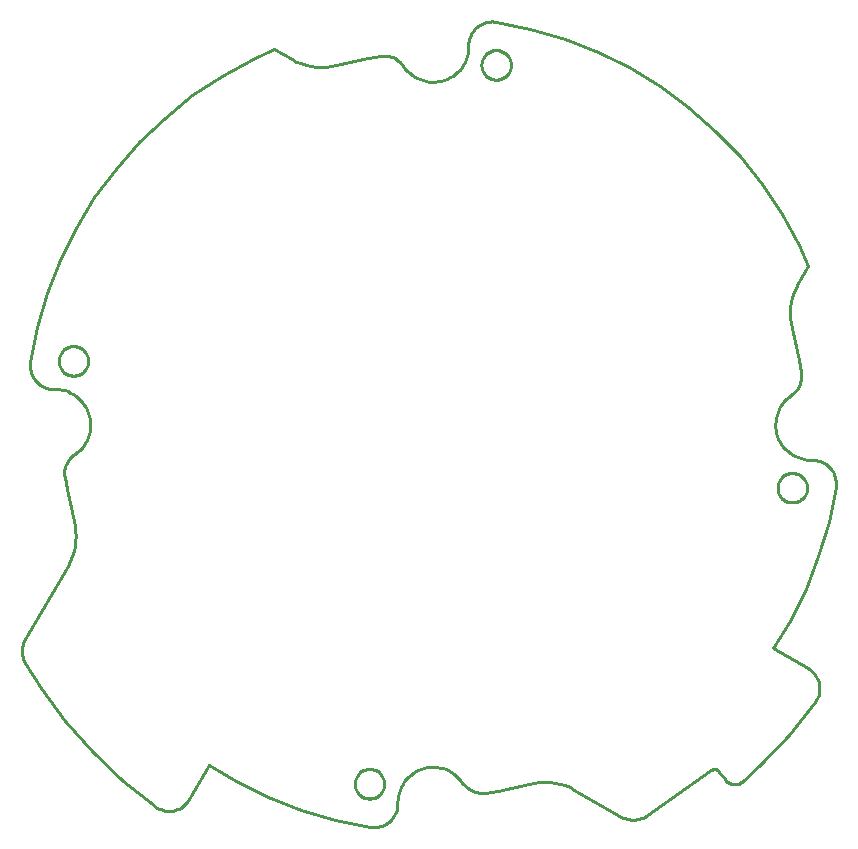
<source format=gbr>
G04 EAGLE Gerber RS-274X export*
G75*
%MOMM*%
%FSLAX34Y34*%
%LPD*%
%IN*%
%IPPOS*%
%AMOC8*
5,1,8,0,0,1.08239X$1,22.5*%
G01*
%ADD10C,0.100000*%
%ADD11C,0.254000*%


D10*
X154749Y318007D02*
X190773Y380403D01*
X619597Y190773D02*
X659301Y167850D01*
X820000Y470000D02*
X821131Y470000D01*
X470000Y180000D02*
X470000Y178869D01*
X310470Y211724D02*
X293735Y182739D01*
X788276Y310470D02*
X817261Y293735D01*
X530000Y820000D02*
X530000Y821131D01*
X180000Y530000D02*
X178869Y530000D01*
X742534Y205930D02*
X747090Y199423D01*
X809227Y619597D02*
X817757Y634371D01*
X380403Y809227D02*
X365629Y817757D01*
X735570Y207157D02*
X680772Y168788D01*
X190772Y380403D02*
X191355Y381441D01*
X191913Y382493D01*
X192446Y383557D01*
X192954Y384634D01*
X193435Y385723D01*
X193891Y386823D01*
X194320Y387933D01*
X194722Y389054D01*
X195098Y390183D01*
X195447Y391322D01*
X195769Y392468D01*
X196063Y393622D01*
X196330Y394782D01*
X196569Y395948D01*
X196780Y397120D01*
X196963Y398296D01*
X197119Y399476D01*
X197246Y400660D01*
X197344Y401847D01*
X197415Y403035D01*
X197457Y404225D01*
X197471Y405415D01*
X197457Y406606D01*
X197414Y407795D01*
X197343Y408984D01*
X197243Y410170D01*
X197116Y411354D01*
X196960Y412534D01*
X196776Y413710D01*
X196564Y414882D01*
X196325Y416048D01*
X196057Y417208D01*
X195763Y418362D01*
X446923Y159107D02*
X447404Y159038D01*
X447887Y158981D01*
X448371Y158935D01*
X448855Y158902D01*
X449341Y158880D01*
X449827Y158870D01*
X450313Y158871D01*
X450799Y158885D01*
X451284Y158910D01*
X451768Y158947D01*
X452252Y158996D01*
X452734Y159057D01*
X453215Y159129D01*
X453693Y159213D01*
X454170Y159309D01*
X454644Y159416D01*
X455115Y159534D01*
X455583Y159664D01*
X456048Y159805D01*
X456510Y159958D01*
X456967Y160122D01*
X457421Y160297D01*
X457870Y160482D01*
X458314Y160679D01*
X458754Y160886D01*
X459188Y161104D01*
X459617Y161333D01*
X460040Y161572D01*
X460458Y161821D01*
X460869Y162080D01*
X461273Y162349D01*
X461671Y162628D01*
X462063Y162916D01*
X462447Y163214D01*
X462823Y163521D01*
X463192Y163837D01*
X463554Y164162D01*
X463907Y164496D01*
X464252Y164838D01*
X464589Y165188D01*
X464917Y165547D01*
X465236Y165913D01*
X465547Y166287D01*
X465848Y166669D01*
X466140Y167057D01*
X466422Y167453D01*
X466694Y167855D01*
X466957Y168264D01*
X467210Y168679D01*
X467452Y169100D01*
X467684Y169527D01*
X467906Y169960D01*
X468117Y170397D01*
X468318Y170840D01*
X468507Y171288D01*
X468686Y171740D01*
X468854Y172196D01*
X469010Y172656D01*
X469156Y173119D01*
X469290Y173587D01*
X469412Y174057D01*
X469524Y174530D01*
X469623Y175006D01*
X469711Y175483D01*
X469788Y175963D01*
X469853Y176445D01*
X469906Y176928D01*
X469947Y177412D01*
X469976Y177897D01*
X469994Y178383D01*
X470000Y178869D01*
X293735Y182739D02*
X293487Y182321D01*
X293229Y181910D01*
X292961Y181504D01*
X292684Y181106D01*
X292396Y180714D01*
X292099Y180329D01*
X291793Y179952D01*
X291478Y179582D01*
X291154Y179220D01*
X290821Y178866D01*
X290480Y178520D01*
X290131Y178183D01*
X289773Y177854D01*
X289407Y177534D01*
X289034Y177223D01*
X288654Y176921D01*
X288266Y176628D01*
X287871Y176345D01*
X287469Y176072D01*
X287061Y175808D01*
X286647Y175554D01*
X286226Y175311D01*
X285800Y175078D01*
X285368Y174855D01*
X284931Y174643D01*
X284489Y174441D01*
X284042Y174250D01*
X283591Y174071D01*
X283135Y173902D01*
X282676Y173744D01*
X282212Y173598D01*
X281746Y173463D01*
X281276Y173339D01*
X280803Y173226D01*
X280328Y173126D01*
X279850Y173036D01*
X279371Y172959D01*
X278889Y172893D01*
X278407Y172838D01*
X277923Y172796D01*
X277438Y172765D01*
X276952Y172746D01*
X276466Y172739D01*
X275981Y172744D01*
X275495Y172760D01*
X275010Y172788D01*
X274526Y172828D01*
X274043Y172880D01*
X273561Y172944D01*
X273081Y173019D01*
X272603Y173106D01*
X272127Y173204D01*
X271654Y173314D01*
X271183Y173435D01*
X270716Y173568D01*
X270252Y173712D01*
X269792Y173868D01*
X269335Y174034D01*
X268883Y174211D01*
X268435Y174400D01*
X267992Y174599D01*
X267554Y174809D01*
X267121Y175030D01*
X266694Y175261D01*
X266272Y175502D01*
X265856Y175753D01*
X265447Y176015D01*
X265044Y176286D01*
X264647Y176567D01*
X154809Y297902D02*
X154567Y298328D01*
X154335Y298759D01*
X154114Y299197D01*
X153904Y299639D01*
X153704Y300086D01*
X153516Y300538D01*
X153338Y300995D01*
X153172Y301456D01*
X153018Y301921D01*
X152874Y302389D01*
X152742Y302861D01*
X152622Y303336D01*
X152514Y303814D01*
X152417Y304294D01*
X152332Y304776D01*
X152258Y305261D01*
X152197Y305747D01*
X152148Y306234D01*
X152110Y306722D01*
X152085Y307212D01*
X152071Y307701D01*
X152070Y308191D01*
X152080Y308681D01*
X152103Y309170D01*
X152137Y309659D01*
X152184Y310147D01*
X152242Y310633D01*
X152312Y311118D01*
X152395Y311601D01*
X152488Y312082D01*
X152594Y312560D01*
X152711Y313036D01*
X152840Y313508D01*
X152981Y313978D01*
X153133Y314443D01*
X153296Y314905D01*
X153471Y315363D01*
X153657Y315816D01*
X153853Y316265D01*
X154061Y316708D01*
X154280Y317147D01*
X154509Y317580D01*
X154748Y318007D01*
X188129Y455716D02*
X188066Y456199D01*
X188015Y456683D01*
X187976Y457168D01*
X187949Y457654D01*
X187934Y458140D01*
X187930Y458627D01*
X187939Y459113D01*
X187959Y459599D01*
X187991Y460085D01*
X188034Y460569D01*
X188090Y461053D01*
X188157Y461535D01*
X188236Y462015D01*
X188327Y462493D01*
X188429Y462969D01*
X188543Y463442D01*
X188668Y463912D01*
X188805Y464379D01*
X188953Y464842D01*
X189112Y465302D01*
X189283Y465758D01*
X189464Y466209D01*
X189656Y466656D01*
X189859Y467098D01*
X190073Y467536D01*
X190298Y467967D01*
X190532Y468393D01*
X190778Y468814D01*
X191033Y469228D01*
X191298Y469636D01*
X191573Y470037D01*
X191858Y470432D01*
X192153Y470819D01*
X192456Y471199D01*
X192769Y471572D01*
X193091Y471937D01*
X193421Y472294D01*
X193761Y472643D01*
X194108Y472983D01*
X194464Y473315D01*
X194828Y473639D01*
X195199Y473953D01*
X195578Y474258D01*
X195964Y474554D01*
X196358Y474840D01*
X196758Y475117D01*
X433843Y195694D02*
X433847Y196001D01*
X433858Y196307D01*
X433877Y196614D01*
X433903Y196919D01*
X433937Y197224D01*
X433978Y197528D01*
X434027Y197831D01*
X434083Y198133D01*
X434147Y198433D01*
X434218Y198731D01*
X434296Y199028D01*
X434381Y199323D01*
X434474Y199615D01*
X434574Y199905D01*
X434681Y200193D01*
X434795Y200478D01*
X434915Y200760D01*
X435043Y201038D01*
X435178Y201314D01*
X435319Y201586D01*
X435467Y201855D01*
X435621Y202120D01*
X435782Y202381D01*
X435950Y202639D01*
X436123Y202892D01*
X436303Y203140D01*
X436489Y203384D01*
X436680Y203624D01*
X436878Y203859D01*
X437081Y204088D01*
X437290Y204313D01*
X437504Y204533D01*
X437724Y204747D01*
X437949Y204956D01*
X438178Y205159D01*
X438413Y205357D01*
X438653Y205548D01*
X438897Y205734D01*
X439145Y205914D01*
X439398Y206087D01*
X439656Y206255D01*
X439917Y206416D01*
X440182Y206570D01*
X440451Y206718D01*
X440723Y206859D01*
X440999Y206994D01*
X441277Y207122D01*
X441559Y207242D01*
X441844Y207356D01*
X442132Y207463D01*
X442422Y207563D01*
X442714Y207656D01*
X443009Y207741D01*
X443306Y207819D01*
X443604Y207890D01*
X443904Y207954D01*
X444206Y208010D01*
X444509Y208059D01*
X444813Y208100D01*
X445118Y208134D01*
X445423Y208160D01*
X445730Y208179D01*
X446036Y208190D01*
X446343Y208194D01*
X446650Y208190D01*
X446956Y208179D01*
X447263Y208160D01*
X447568Y208134D01*
X447873Y208100D01*
X448177Y208059D01*
X448480Y208010D01*
X448782Y207954D01*
X449082Y207890D01*
X449380Y207819D01*
X449677Y207741D01*
X449972Y207656D01*
X450264Y207563D01*
X450554Y207463D01*
X450842Y207356D01*
X451127Y207242D01*
X451409Y207122D01*
X451687Y206994D01*
X451963Y206859D01*
X452235Y206718D01*
X452504Y206570D01*
X452769Y206416D01*
X453030Y206255D01*
X453288Y206087D01*
X453541Y205914D01*
X453789Y205734D01*
X454033Y205548D01*
X454273Y205357D01*
X454508Y205159D01*
X454737Y204956D01*
X454962Y204747D01*
X455182Y204533D01*
X455396Y204313D01*
X455605Y204088D01*
X455808Y203859D01*
X456006Y203624D01*
X456197Y203384D01*
X456383Y203140D01*
X456563Y202892D01*
X456736Y202639D01*
X456904Y202381D01*
X457065Y202120D01*
X457219Y201855D01*
X457367Y201586D01*
X457508Y201314D01*
X457643Y201038D01*
X457771Y200760D01*
X457891Y200478D01*
X458005Y200193D01*
X458112Y199905D01*
X458212Y199615D01*
X458305Y199323D01*
X458390Y199028D01*
X458468Y198731D01*
X458539Y198433D01*
X458603Y198133D01*
X458659Y197831D01*
X458708Y197528D01*
X458749Y197224D01*
X458783Y196919D01*
X458809Y196614D01*
X458828Y196307D01*
X458839Y196001D01*
X458843Y195694D01*
X458839Y195387D01*
X458828Y195081D01*
X458809Y194774D01*
X458783Y194469D01*
X458749Y194164D01*
X458708Y193860D01*
X458659Y193557D01*
X458603Y193255D01*
X458539Y192955D01*
X458468Y192657D01*
X458390Y192360D01*
X458305Y192065D01*
X458212Y191773D01*
X458112Y191483D01*
X458005Y191195D01*
X457891Y190910D01*
X457771Y190628D01*
X457643Y190350D01*
X457508Y190074D01*
X457367Y189802D01*
X457219Y189533D01*
X457065Y189268D01*
X456904Y189007D01*
X456736Y188749D01*
X456563Y188496D01*
X456383Y188248D01*
X456197Y188004D01*
X456006Y187764D01*
X455808Y187529D01*
X455605Y187300D01*
X455396Y187075D01*
X455182Y186855D01*
X454962Y186641D01*
X454737Y186432D01*
X454508Y186229D01*
X454273Y186031D01*
X454033Y185840D01*
X453789Y185654D01*
X453541Y185474D01*
X453288Y185301D01*
X453030Y185133D01*
X452769Y184972D01*
X452504Y184818D01*
X452235Y184670D01*
X451963Y184529D01*
X451687Y184394D01*
X451409Y184266D01*
X451127Y184146D01*
X450842Y184032D01*
X450554Y183925D01*
X450264Y183825D01*
X449972Y183732D01*
X449677Y183647D01*
X449380Y183569D01*
X449082Y183498D01*
X448782Y183434D01*
X448480Y183378D01*
X448177Y183329D01*
X447873Y183288D01*
X447568Y183254D01*
X447263Y183228D01*
X446956Y183209D01*
X446650Y183198D01*
X446343Y183194D01*
X446036Y183198D01*
X445730Y183209D01*
X445423Y183228D01*
X445118Y183254D01*
X444813Y183288D01*
X444509Y183329D01*
X444206Y183378D01*
X443904Y183434D01*
X443604Y183498D01*
X443306Y183569D01*
X443009Y183647D01*
X442714Y183732D01*
X442422Y183825D01*
X442132Y183925D01*
X441844Y184032D01*
X441559Y184146D01*
X441277Y184266D01*
X440999Y184394D01*
X440723Y184529D01*
X440451Y184670D01*
X440182Y184818D01*
X439917Y184972D01*
X439656Y185133D01*
X439398Y185301D01*
X439145Y185474D01*
X438897Y185654D01*
X438653Y185840D01*
X438413Y186031D01*
X438178Y186229D01*
X437949Y186432D01*
X437724Y186641D01*
X437504Y186855D01*
X437290Y187075D01*
X437081Y187300D01*
X436878Y187529D01*
X436680Y187764D01*
X436489Y188004D01*
X436303Y188248D01*
X436123Y188496D01*
X435950Y188749D01*
X435782Y189007D01*
X435621Y189268D01*
X435467Y189533D01*
X435319Y189802D01*
X435178Y190074D01*
X435043Y190350D01*
X434915Y190628D01*
X434795Y190910D01*
X434681Y191195D01*
X434574Y191483D01*
X434474Y191773D01*
X434381Y192065D01*
X434296Y192360D01*
X434218Y192657D01*
X434147Y192955D01*
X434083Y193255D01*
X434027Y193557D01*
X433978Y193860D01*
X433937Y194164D01*
X433903Y194469D01*
X433877Y194774D01*
X433858Y195081D01*
X433847Y195387D01*
X433843Y195694D01*
X418362Y804237D02*
X417208Y803943D01*
X416048Y803675D01*
X414882Y803436D01*
X413710Y803224D01*
X412534Y803040D01*
X411354Y802884D01*
X410170Y802757D01*
X408984Y802657D01*
X407795Y802586D01*
X406606Y802543D01*
X405415Y802529D01*
X404225Y802543D01*
X403035Y802585D01*
X401847Y802656D01*
X400660Y802754D01*
X399476Y802881D01*
X398296Y803037D01*
X397120Y803220D01*
X395948Y803431D01*
X394782Y803670D01*
X393622Y803937D01*
X392468Y804231D01*
X391322Y804553D01*
X390183Y804902D01*
X389054Y805278D01*
X387933Y805680D01*
X386823Y806109D01*
X385723Y806565D01*
X384634Y807046D01*
X383557Y807554D01*
X382493Y808087D01*
X381441Y808645D01*
X380403Y809228D01*
X180000Y530000D02*
X180735Y529991D01*
X181470Y529964D01*
X182204Y529919D01*
X182936Y529856D01*
X183667Y529775D01*
X184396Y529676D01*
X185122Y529560D01*
X185844Y529425D01*
X186564Y529273D01*
X187279Y529103D01*
X187990Y528916D01*
X188696Y528712D01*
X189397Y528490D01*
X190093Y528251D01*
X190782Y527995D01*
X191465Y527723D01*
X192141Y527434D01*
X192810Y527128D01*
X193471Y526806D01*
X194123Y526468D01*
X194768Y526113D01*
X195403Y525744D01*
X196030Y525359D01*
X196646Y524958D01*
X197253Y524543D01*
X197849Y524112D01*
X198435Y523668D01*
X199009Y523209D01*
X199572Y522736D01*
X200123Y522250D01*
X200663Y521750D01*
X201189Y521237D01*
X201703Y520711D01*
X202205Y520173D01*
X202692Y519623D01*
X203166Y519061D01*
X203626Y518488D01*
X204072Y517903D01*
X204504Y517308D01*
X204921Y516702D01*
X205323Y516086D01*
X205709Y515461D01*
X206080Y514826D01*
X206436Y514183D01*
X206775Y513531D01*
X207099Y512870D01*
X207406Y512202D01*
X207697Y511527D01*
X207971Y510845D01*
X208229Y510156D01*
X208469Y509461D01*
X208692Y508761D01*
X208898Y508055D01*
X209087Y507344D01*
X209258Y506629D01*
X209412Y505910D01*
X209548Y505188D01*
X209666Y504462D01*
X209767Y503734D01*
X209849Y503003D01*
X209914Y502271D01*
X209961Y501537D01*
X209989Y500802D01*
X210000Y500067D01*
X209993Y499332D01*
X209967Y498597D01*
X209924Y497863D01*
X209862Y497131D01*
X209783Y496400D01*
X209686Y495671D01*
X209571Y494945D01*
X209438Y494221D01*
X209288Y493502D01*
X209120Y492786D01*
X208934Y492075D01*
X208731Y491368D01*
X208511Y490666D01*
X208274Y489970D01*
X208020Y489281D01*
X207748Y488597D01*
X207461Y487921D01*
X207156Y487251D01*
X206836Y486590D01*
X206499Y485936D01*
X206147Y485291D01*
X205778Y484654D01*
X205394Y484027D01*
X204995Y483410D01*
X204581Y482802D01*
X204152Y482205D01*
X203709Y481619D01*
X203252Y481043D01*
X202780Y480479D01*
X202295Y479927D01*
X201796Y479386D01*
X201284Y478858D01*
X200760Y478343D01*
X200223Y477841D01*
X199674Y477352D01*
X199113Y476876D01*
X198540Y476415D01*
X197957Y475968D01*
X197363Y475535D01*
X196758Y475117D01*
X178869Y530000D02*
X178383Y530006D01*
X177897Y530024D01*
X177412Y530053D01*
X176928Y530094D01*
X176445Y530147D01*
X175963Y530212D01*
X175483Y530289D01*
X175006Y530377D01*
X174530Y530476D01*
X174057Y530588D01*
X173587Y530710D01*
X173119Y530844D01*
X172656Y530990D01*
X172196Y531146D01*
X171740Y531314D01*
X171288Y531493D01*
X170840Y531682D01*
X170397Y531883D01*
X169960Y532094D01*
X169527Y532316D01*
X169100Y532548D01*
X168679Y532790D01*
X168264Y533043D01*
X167855Y533306D01*
X167453Y533578D01*
X167057Y533860D01*
X166669Y534152D01*
X166287Y534453D01*
X165913Y534764D01*
X165547Y535083D01*
X165188Y535411D01*
X164838Y535748D01*
X164496Y536093D01*
X164162Y536446D01*
X163837Y536808D01*
X163521Y537177D01*
X163214Y537553D01*
X162916Y537937D01*
X162628Y538329D01*
X162349Y538727D01*
X162080Y539131D01*
X161821Y539542D01*
X161572Y539960D01*
X161333Y540383D01*
X161104Y540812D01*
X160886Y541246D01*
X160679Y541686D01*
X160482Y542130D01*
X160297Y542579D01*
X160122Y543033D01*
X159958Y543490D01*
X159805Y543952D01*
X159664Y544417D01*
X159534Y544885D01*
X159416Y545356D01*
X159309Y545830D01*
X159213Y546307D01*
X159129Y546785D01*
X159057Y547266D01*
X158996Y547748D01*
X158947Y548232D01*
X158910Y548716D01*
X158885Y549202D01*
X158871Y549687D01*
X158870Y550173D01*
X158880Y550659D01*
X158902Y551145D01*
X158935Y551629D01*
X158981Y552113D01*
X159038Y552596D01*
X159107Y553077D01*
X455716Y811871D02*
X456199Y811934D01*
X456683Y811985D01*
X457168Y812024D01*
X457654Y812051D01*
X458140Y812066D01*
X458627Y812070D01*
X459113Y812061D01*
X459599Y812041D01*
X460085Y812009D01*
X460569Y811966D01*
X461053Y811910D01*
X461535Y811843D01*
X462015Y811764D01*
X462493Y811673D01*
X462969Y811571D01*
X463442Y811457D01*
X463912Y811332D01*
X464379Y811195D01*
X464842Y811047D01*
X465302Y810888D01*
X465758Y810717D01*
X466209Y810536D01*
X466656Y810344D01*
X467098Y810141D01*
X467536Y809927D01*
X467967Y809702D01*
X468393Y809468D01*
X468814Y809222D01*
X469228Y808967D01*
X469636Y808702D01*
X470037Y808427D01*
X470432Y808142D01*
X470819Y807847D01*
X471199Y807544D01*
X471572Y807231D01*
X471937Y806909D01*
X472294Y806579D01*
X472643Y806239D01*
X472983Y805892D01*
X473315Y805536D01*
X473639Y805172D01*
X473953Y804801D01*
X474258Y804422D01*
X474554Y804036D01*
X474840Y803642D01*
X475117Y803242D01*
X183194Y553657D02*
X183198Y553964D01*
X183209Y554270D01*
X183228Y554577D01*
X183254Y554882D01*
X183288Y555187D01*
X183329Y555491D01*
X183378Y555794D01*
X183434Y556096D01*
X183498Y556396D01*
X183569Y556694D01*
X183647Y556991D01*
X183732Y557286D01*
X183825Y557578D01*
X183925Y557868D01*
X184032Y558156D01*
X184146Y558441D01*
X184266Y558723D01*
X184394Y559001D01*
X184529Y559277D01*
X184670Y559549D01*
X184818Y559818D01*
X184972Y560083D01*
X185133Y560344D01*
X185301Y560602D01*
X185474Y560855D01*
X185654Y561103D01*
X185840Y561347D01*
X186031Y561587D01*
X186229Y561822D01*
X186432Y562051D01*
X186641Y562276D01*
X186855Y562496D01*
X187075Y562710D01*
X187300Y562919D01*
X187529Y563122D01*
X187764Y563320D01*
X188004Y563511D01*
X188248Y563697D01*
X188496Y563877D01*
X188749Y564050D01*
X189007Y564218D01*
X189268Y564379D01*
X189533Y564533D01*
X189802Y564681D01*
X190074Y564822D01*
X190350Y564957D01*
X190628Y565085D01*
X190910Y565205D01*
X191195Y565319D01*
X191483Y565426D01*
X191773Y565526D01*
X192065Y565619D01*
X192360Y565704D01*
X192657Y565782D01*
X192955Y565853D01*
X193255Y565917D01*
X193557Y565973D01*
X193860Y566022D01*
X194164Y566063D01*
X194469Y566097D01*
X194774Y566123D01*
X195081Y566142D01*
X195387Y566153D01*
X195694Y566157D01*
X196001Y566153D01*
X196307Y566142D01*
X196614Y566123D01*
X196919Y566097D01*
X197224Y566063D01*
X197528Y566022D01*
X197831Y565973D01*
X198133Y565917D01*
X198433Y565853D01*
X198731Y565782D01*
X199028Y565704D01*
X199323Y565619D01*
X199615Y565526D01*
X199905Y565426D01*
X200193Y565319D01*
X200478Y565205D01*
X200760Y565085D01*
X201038Y564957D01*
X201314Y564822D01*
X201586Y564681D01*
X201855Y564533D01*
X202120Y564379D01*
X202381Y564218D01*
X202639Y564050D01*
X202892Y563877D01*
X203140Y563697D01*
X203384Y563511D01*
X203624Y563320D01*
X203859Y563122D01*
X204088Y562919D01*
X204313Y562710D01*
X204533Y562496D01*
X204747Y562276D01*
X204956Y562051D01*
X205159Y561822D01*
X205357Y561587D01*
X205548Y561347D01*
X205734Y561103D01*
X205914Y560855D01*
X206087Y560602D01*
X206255Y560344D01*
X206416Y560083D01*
X206570Y559818D01*
X206718Y559549D01*
X206859Y559277D01*
X206994Y559001D01*
X207122Y558723D01*
X207242Y558441D01*
X207356Y558156D01*
X207463Y557868D01*
X207563Y557578D01*
X207656Y557286D01*
X207741Y556991D01*
X207819Y556694D01*
X207890Y556396D01*
X207954Y556096D01*
X208010Y555794D01*
X208059Y555491D01*
X208100Y555187D01*
X208134Y554882D01*
X208160Y554577D01*
X208179Y554270D01*
X208190Y553964D01*
X208194Y553657D01*
X208190Y553350D01*
X208179Y553044D01*
X208160Y552737D01*
X208134Y552432D01*
X208100Y552127D01*
X208059Y551823D01*
X208010Y551520D01*
X207954Y551218D01*
X207890Y550918D01*
X207819Y550620D01*
X207741Y550323D01*
X207656Y550028D01*
X207563Y549736D01*
X207463Y549446D01*
X207356Y549158D01*
X207242Y548873D01*
X207122Y548591D01*
X206994Y548313D01*
X206859Y548037D01*
X206718Y547765D01*
X206570Y547496D01*
X206416Y547231D01*
X206255Y546970D01*
X206087Y546712D01*
X205914Y546459D01*
X205734Y546211D01*
X205548Y545967D01*
X205357Y545727D01*
X205159Y545492D01*
X204956Y545263D01*
X204747Y545038D01*
X204533Y544818D01*
X204313Y544604D01*
X204088Y544395D01*
X203859Y544192D01*
X203624Y543994D01*
X203384Y543803D01*
X203140Y543617D01*
X202892Y543437D01*
X202639Y543264D01*
X202381Y543096D01*
X202120Y542935D01*
X201855Y542781D01*
X201586Y542633D01*
X201314Y542492D01*
X201038Y542357D01*
X200760Y542229D01*
X200478Y542109D01*
X200193Y541995D01*
X199905Y541888D01*
X199615Y541788D01*
X199323Y541695D01*
X199028Y541610D01*
X198731Y541532D01*
X198433Y541461D01*
X198133Y541397D01*
X197831Y541341D01*
X197528Y541292D01*
X197224Y541251D01*
X196919Y541217D01*
X196614Y541191D01*
X196307Y541172D01*
X196001Y541161D01*
X195694Y541157D01*
X195387Y541161D01*
X195081Y541172D01*
X194774Y541191D01*
X194469Y541217D01*
X194164Y541251D01*
X193860Y541292D01*
X193557Y541341D01*
X193255Y541397D01*
X192955Y541461D01*
X192657Y541532D01*
X192360Y541610D01*
X192065Y541695D01*
X191773Y541788D01*
X191483Y541888D01*
X191195Y541995D01*
X190910Y542109D01*
X190628Y542229D01*
X190350Y542357D01*
X190074Y542492D01*
X189802Y542633D01*
X189533Y542781D01*
X189268Y542935D01*
X189007Y543096D01*
X188749Y543264D01*
X188496Y543437D01*
X188248Y543617D01*
X188004Y543803D01*
X187764Y543994D01*
X187529Y544192D01*
X187300Y544395D01*
X187075Y544604D01*
X186855Y544818D01*
X186641Y545038D01*
X186432Y545263D01*
X186229Y545492D01*
X186031Y545727D01*
X185840Y545967D01*
X185654Y546211D01*
X185474Y546459D01*
X185301Y546712D01*
X185133Y546970D01*
X184972Y547231D01*
X184818Y547496D01*
X184670Y547765D01*
X184529Y548037D01*
X184394Y548313D01*
X184266Y548591D01*
X184146Y548873D01*
X184032Y549158D01*
X183925Y549446D01*
X183825Y549736D01*
X183732Y550028D01*
X183647Y550323D01*
X183569Y550620D01*
X183498Y550918D01*
X183434Y551218D01*
X183378Y551520D01*
X183329Y551823D01*
X183288Y552127D01*
X183254Y552432D01*
X183228Y552737D01*
X183209Y553044D01*
X183198Y553350D01*
X183194Y553657D01*
X581638Y195763D02*
X582792Y196057D01*
X583952Y196325D01*
X585118Y196564D01*
X586290Y196776D01*
X587466Y196960D01*
X588646Y197116D01*
X589830Y197243D01*
X591016Y197343D01*
X592205Y197414D01*
X593394Y197457D01*
X594585Y197471D01*
X595775Y197457D01*
X596965Y197415D01*
X598153Y197344D01*
X599340Y197246D01*
X600524Y197119D01*
X601704Y196963D01*
X602880Y196780D01*
X604052Y196569D01*
X605218Y196330D01*
X606378Y196063D01*
X607532Y195769D01*
X608678Y195447D01*
X609817Y195098D01*
X610946Y194722D01*
X612067Y194320D01*
X613177Y193891D01*
X614277Y193435D01*
X615366Y192954D01*
X616443Y192446D01*
X617507Y191913D01*
X618559Y191355D01*
X619597Y190772D01*
X524883Y196758D02*
X524465Y197363D01*
X524032Y197957D01*
X523585Y198540D01*
X523124Y199113D01*
X522648Y199674D01*
X522159Y200223D01*
X521657Y200760D01*
X521142Y201284D01*
X520614Y201796D01*
X520073Y202295D01*
X519521Y202780D01*
X518957Y203252D01*
X518381Y203709D01*
X517795Y204152D01*
X517198Y204581D01*
X516590Y204995D01*
X515973Y205394D01*
X515346Y205778D01*
X514709Y206147D01*
X514064Y206499D01*
X513410Y206836D01*
X512749Y207156D01*
X512079Y207461D01*
X511403Y207748D01*
X510719Y208020D01*
X510030Y208274D01*
X509334Y208511D01*
X508632Y208731D01*
X507925Y208934D01*
X507214Y209120D01*
X506498Y209288D01*
X505779Y209438D01*
X505055Y209571D01*
X504329Y209686D01*
X503600Y209783D01*
X502869Y209862D01*
X502137Y209924D01*
X501403Y209967D01*
X500668Y209993D01*
X499933Y210000D01*
X499198Y209989D01*
X498463Y209961D01*
X497729Y209914D01*
X496997Y209849D01*
X496266Y209767D01*
X495538Y209666D01*
X494812Y209548D01*
X494090Y209412D01*
X493371Y209258D01*
X492656Y209087D01*
X491945Y208898D01*
X491239Y208692D01*
X490539Y208469D01*
X489844Y208229D01*
X489155Y207971D01*
X488473Y207697D01*
X487798Y207406D01*
X487130Y207099D01*
X486469Y206775D01*
X485817Y206436D01*
X485174Y206080D01*
X484539Y205709D01*
X483914Y205323D01*
X483298Y204921D01*
X482692Y204504D01*
X482097Y204072D01*
X481512Y203626D01*
X480939Y203166D01*
X480377Y202692D01*
X479827Y202205D01*
X479289Y201703D01*
X478763Y201189D01*
X478250Y200663D01*
X477750Y200123D01*
X477264Y199572D01*
X476791Y199009D01*
X476332Y198435D01*
X475888Y197849D01*
X475457Y197253D01*
X475042Y196646D01*
X474641Y196030D01*
X474256Y195403D01*
X473887Y194768D01*
X473532Y194123D01*
X473194Y193471D01*
X472872Y192810D01*
X472566Y192141D01*
X472277Y191465D01*
X472005Y190782D01*
X471749Y190093D01*
X471510Y189397D01*
X471288Y188696D01*
X471084Y187990D01*
X470897Y187279D01*
X470727Y186564D01*
X470575Y185844D01*
X470440Y185122D01*
X470324Y184396D01*
X470225Y183667D01*
X470144Y182936D01*
X470081Y182204D01*
X470036Y181470D01*
X470009Y180735D01*
X470000Y180000D01*
X659301Y167851D02*
X659722Y167614D01*
X660148Y167388D01*
X660580Y167172D01*
X661017Y166967D01*
X661459Y166773D01*
X661905Y166589D01*
X662356Y166416D01*
X662811Y166253D01*
X663269Y166102D01*
X663731Y165962D01*
X664196Y165833D01*
X664665Y165716D01*
X665135Y165610D01*
X665609Y165515D01*
X666084Y165431D01*
X666562Y165359D01*
X667041Y165299D01*
X667521Y165250D01*
X668002Y165213D01*
X668484Y165188D01*
X668967Y165174D01*
X669449Y165172D01*
X669932Y165181D01*
X670414Y165202D01*
X670896Y165235D01*
X671377Y165279D01*
X671856Y165335D01*
X672334Y165402D01*
X672810Y165481D01*
X673285Y165572D01*
X673757Y165674D01*
X674226Y165787D01*
X674692Y165911D01*
X675155Y166047D01*
X675615Y166194D01*
X676071Y166352D01*
X676524Y166521D01*
X676972Y166700D01*
X677415Y166891D01*
X677854Y167092D01*
X678288Y167304D01*
X678717Y167526D01*
X679140Y167758D01*
X679557Y168001D01*
X679969Y168253D01*
X680374Y168516D01*
X680772Y168788D01*
X544284Y188129D02*
X543801Y188066D01*
X543317Y188015D01*
X542832Y187976D01*
X542346Y187949D01*
X541860Y187934D01*
X541373Y187930D01*
X540887Y187939D01*
X540401Y187959D01*
X539915Y187991D01*
X539431Y188034D01*
X538947Y188090D01*
X538465Y188157D01*
X537985Y188236D01*
X537507Y188327D01*
X537031Y188429D01*
X536558Y188543D01*
X536088Y188668D01*
X535621Y188805D01*
X535158Y188953D01*
X534698Y189112D01*
X534242Y189283D01*
X533791Y189464D01*
X533344Y189656D01*
X532902Y189859D01*
X532464Y190073D01*
X532033Y190298D01*
X531607Y190532D01*
X531186Y190778D01*
X530772Y191033D01*
X530364Y191298D01*
X529963Y191573D01*
X529568Y191858D01*
X529181Y192153D01*
X528801Y192456D01*
X528428Y192769D01*
X528063Y193091D01*
X527706Y193421D01*
X527357Y193761D01*
X527017Y194108D01*
X526685Y194464D01*
X526361Y194828D01*
X526047Y195199D01*
X525742Y195578D01*
X525446Y195964D01*
X525160Y196358D01*
X524883Y196758D01*
X821131Y470000D02*
X821617Y469994D01*
X822103Y469976D01*
X822588Y469947D01*
X823072Y469906D01*
X823555Y469853D01*
X824037Y469788D01*
X824517Y469711D01*
X824994Y469623D01*
X825470Y469524D01*
X825943Y469412D01*
X826413Y469290D01*
X826881Y469156D01*
X827344Y469010D01*
X827804Y468854D01*
X828260Y468686D01*
X828712Y468507D01*
X829160Y468318D01*
X829603Y468117D01*
X830040Y467906D01*
X830473Y467684D01*
X830900Y467452D01*
X831321Y467210D01*
X831736Y466957D01*
X832145Y466694D01*
X832547Y466422D01*
X832943Y466140D01*
X833331Y465848D01*
X833713Y465547D01*
X834087Y465236D01*
X834453Y464917D01*
X834812Y464589D01*
X835162Y464252D01*
X835504Y463907D01*
X835838Y463554D01*
X836163Y463192D01*
X836479Y462823D01*
X836786Y462447D01*
X837084Y462063D01*
X837372Y461671D01*
X837651Y461273D01*
X837920Y460869D01*
X838179Y460458D01*
X838428Y460040D01*
X838667Y459617D01*
X838896Y459188D01*
X839114Y458754D01*
X839321Y458314D01*
X839518Y457870D01*
X839703Y457421D01*
X839878Y456967D01*
X840042Y456510D01*
X840194Y456048D01*
X840336Y455583D01*
X840466Y455115D01*
X840584Y454644D01*
X840691Y454170D01*
X840787Y453693D01*
X840871Y453215D01*
X840943Y452734D01*
X841004Y452252D01*
X841053Y451768D01*
X841090Y451284D01*
X841115Y450799D01*
X841129Y450313D01*
X841130Y449827D01*
X841120Y449341D01*
X841098Y448855D01*
X841065Y448371D01*
X841019Y447887D01*
X840962Y447404D01*
X840893Y446923D01*
X817261Y293735D02*
X817679Y293487D01*
X818090Y293229D01*
X818496Y292961D01*
X818894Y292684D01*
X819286Y292396D01*
X819671Y292099D01*
X820048Y291793D01*
X820418Y291478D01*
X820780Y291154D01*
X821134Y290821D01*
X821480Y290480D01*
X821817Y290131D01*
X822146Y289773D01*
X822466Y289407D01*
X822777Y289034D01*
X823079Y288654D01*
X823372Y288266D01*
X823655Y287871D01*
X823928Y287469D01*
X824192Y287061D01*
X824446Y286647D01*
X824689Y286226D01*
X824922Y285800D01*
X825145Y285368D01*
X825357Y284931D01*
X825559Y284489D01*
X825750Y284042D01*
X825929Y283591D01*
X826098Y283135D01*
X826256Y282676D01*
X826402Y282212D01*
X826537Y281746D01*
X826661Y281276D01*
X826774Y280803D01*
X826874Y280328D01*
X826964Y279850D01*
X827041Y279371D01*
X827107Y278889D01*
X827162Y278407D01*
X827204Y277923D01*
X827235Y277438D01*
X827254Y276952D01*
X827261Y276466D01*
X827256Y275981D01*
X827240Y275495D01*
X827212Y275010D01*
X827172Y274526D01*
X827120Y274043D01*
X827056Y273561D01*
X826981Y273081D01*
X826894Y272603D01*
X826796Y272127D01*
X826686Y271654D01*
X826565Y271183D01*
X826432Y270716D01*
X826288Y270252D01*
X826132Y269792D01*
X825966Y269335D01*
X825789Y268883D01*
X825600Y268435D01*
X825401Y267992D01*
X825191Y267554D01*
X824970Y267121D01*
X824739Y266694D01*
X824498Y266272D01*
X824247Y265856D01*
X823985Y265447D01*
X823714Y265044D01*
X823433Y264647D01*
X791806Y446343D02*
X791810Y446650D01*
X791821Y446956D01*
X791840Y447263D01*
X791866Y447568D01*
X791900Y447873D01*
X791941Y448177D01*
X791990Y448480D01*
X792046Y448782D01*
X792110Y449082D01*
X792181Y449380D01*
X792259Y449677D01*
X792344Y449972D01*
X792437Y450264D01*
X792537Y450554D01*
X792644Y450842D01*
X792758Y451127D01*
X792878Y451409D01*
X793006Y451687D01*
X793141Y451963D01*
X793282Y452235D01*
X793430Y452504D01*
X793584Y452769D01*
X793745Y453030D01*
X793913Y453288D01*
X794086Y453541D01*
X794266Y453789D01*
X794452Y454033D01*
X794643Y454273D01*
X794841Y454508D01*
X795044Y454737D01*
X795253Y454962D01*
X795467Y455182D01*
X795687Y455396D01*
X795912Y455605D01*
X796141Y455808D01*
X796376Y456006D01*
X796616Y456197D01*
X796860Y456383D01*
X797108Y456563D01*
X797361Y456736D01*
X797619Y456904D01*
X797880Y457065D01*
X798145Y457219D01*
X798414Y457367D01*
X798686Y457508D01*
X798962Y457643D01*
X799240Y457771D01*
X799522Y457891D01*
X799807Y458005D01*
X800095Y458112D01*
X800385Y458212D01*
X800677Y458305D01*
X800972Y458390D01*
X801269Y458468D01*
X801567Y458539D01*
X801867Y458603D01*
X802169Y458659D01*
X802472Y458708D01*
X802776Y458749D01*
X803081Y458783D01*
X803386Y458809D01*
X803693Y458828D01*
X803999Y458839D01*
X804306Y458843D01*
X804613Y458839D01*
X804919Y458828D01*
X805226Y458809D01*
X805531Y458783D01*
X805836Y458749D01*
X806140Y458708D01*
X806443Y458659D01*
X806745Y458603D01*
X807045Y458539D01*
X807343Y458468D01*
X807640Y458390D01*
X807935Y458305D01*
X808227Y458212D01*
X808517Y458112D01*
X808805Y458005D01*
X809090Y457891D01*
X809372Y457771D01*
X809650Y457643D01*
X809926Y457508D01*
X810198Y457367D01*
X810467Y457219D01*
X810732Y457065D01*
X810993Y456904D01*
X811251Y456736D01*
X811504Y456563D01*
X811752Y456383D01*
X811996Y456197D01*
X812236Y456006D01*
X812471Y455808D01*
X812700Y455605D01*
X812925Y455396D01*
X813145Y455182D01*
X813359Y454962D01*
X813568Y454737D01*
X813771Y454508D01*
X813969Y454273D01*
X814160Y454033D01*
X814346Y453789D01*
X814526Y453541D01*
X814699Y453288D01*
X814867Y453030D01*
X815028Y452769D01*
X815182Y452504D01*
X815330Y452235D01*
X815471Y451963D01*
X815606Y451687D01*
X815734Y451409D01*
X815854Y451127D01*
X815968Y450842D01*
X816075Y450554D01*
X816175Y450264D01*
X816268Y449972D01*
X816353Y449677D01*
X816431Y449380D01*
X816502Y449082D01*
X816566Y448782D01*
X816622Y448480D01*
X816671Y448177D01*
X816712Y447873D01*
X816746Y447568D01*
X816772Y447263D01*
X816791Y446956D01*
X816802Y446650D01*
X816806Y446343D01*
X816802Y446036D01*
X816791Y445730D01*
X816772Y445423D01*
X816746Y445118D01*
X816712Y444813D01*
X816671Y444509D01*
X816622Y444206D01*
X816566Y443904D01*
X816502Y443604D01*
X816431Y443306D01*
X816353Y443009D01*
X816268Y442714D01*
X816175Y442422D01*
X816075Y442132D01*
X815968Y441844D01*
X815854Y441559D01*
X815734Y441277D01*
X815606Y440999D01*
X815471Y440723D01*
X815330Y440451D01*
X815182Y440182D01*
X815028Y439917D01*
X814867Y439656D01*
X814699Y439398D01*
X814526Y439145D01*
X814346Y438897D01*
X814160Y438653D01*
X813969Y438413D01*
X813771Y438178D01*
X813568Y437949D01*
X813359Y437724D01*
X813145Y437504D01*
X812925Y437290D01*
X812700Y437081D01*
X812471Y436878D01*
X812236Y436680D01*
X811996Y436489D01*
X811752Y436303D01*
X811504Y436123D01*
X811251Y435950D01*
X810993Y435782D01*
X810732Y435621D01*
X810467Y435467D01*
X810198Y435319D01*
X809926Y435178D01*
X809650Y435043D01*
X809372Y434915D01*
X809090Y434795D01*
X808805Y434681D01*
X808517Y434574D01*
X808227Y434474D01*
X807935Y434381D01*
X807640Y434296D01*
X807343Y434218D01*
X807045Y434147D01*
X806745Y434083D01*
X806443Y434027D01*
X806140Y433978D01*
X805836Y433937D01*
X805531Y433903D01*
X805226Y433877D01*
X804919Y433858D01*
X804613Y433847D01*
X804306Y433843D01*
X803999Y433847D01*
X803693Y433858D01*
X803386Y433877D01*
X803081Y433903D01*
X802776Y433937D01*
X802472Y433978D01*
X802169Y434027D01*
X801867Y434083D01*
X801567Y434147D01*
X801269Y434218D01*
X800972Y434296D01*
X800677Y434381D01*
X800385Y434474D01*
X800095Y434574D01*
X799807Y434681D01*
X799522Y434795D01*
X799240Y434915D01*
X798962Y435043D01*
X798686Y435178D01*
X798414Y435319D01*
X798145Y435467D01*
X797880Y435621D01*
X797619Y435782D01*
X797361Y435950D01*
X797108Y436123D01*
X796860Y436303D01*
X796616Y436489D01*
X796376Y436680D01*
X796141Y436878D01*
X795912Y437081D01*
X795687Y437290D01*
X795467Y437504D01*
X795253Y437724D01*
X795044Y437949D01*
X794841Y438178D01*
X794643Y438413D01*
X794452Y438653D01*
X794266Y438897D01*
X794086Y439145D01*
X793913Y439398D01*
X793745Y439656D01*
X793584Y439917D01*
X793430Y440182D01*
X793282Y440451D01*
X793141Y440723D01*
X793006Y440999D01*
X792878Y441277D01*
X792758Y441559D01*
X792644Y441844D01*
X792537Y442132D01*
X792437Y442422D01*
X792344Y442714D01*
X792259Y443009D01*
X792181Y443306D01*
X792110Y443604D01*
X792046Y443904D01*
X791990Y444206D01*
X791941Y444509D01*
X791900Y444813D01*
X791866Y445118D01*
X791840Y445423D01*
X791821Y445730D01*
X791810Y446036D01*
X791806Y446343D01*
X761827Y197599D02*
X761641Y197442D01*
X761452Y197290D01*
X761260Y197143D01*
X761064Y197000D01*
X760864Y196863D01*
X760661Y196730D01*
X760455Y196602D01*
X760246Y196479D01*
X760034Y196361D01*
X759819Y196248D01*
X759602Y196141D01*
X759382Y196039D01*
X759160Y195942D01*
X758935Y195850D01*
X758708Y195765D01*
X758479Y195684D01*
X758248Y195609D01*
X758016Y195540D01*
X757782Y195477D01*
X757546Y195419D01*
X757310Y195367D01*
X757071Y195321D01*
X756832Y195280D01*
X756592Y195245D01*
X756351Y195216D01*
X756110Y195193D01*
X755868Y195176D01*
X755626Y195165D01*
X755383Y195160D01*
X755141Y195160D01*
X754898Y195166D01*
X754656Y195179D01*
X754414Y195197D01*
X754173Y195221D01*
X753932Y195250D01*
X753692Y195286D01*
X753453Y195327D01*
X753215Y195375D01*
X752979Y195428D01*
X752743Y195486D01*
X752510Y195551D01*
X752277Y195621D01*
X752047Y195696D01*
X751818Y195778D01*
X751592Y195864D01*
X751368Y195957D01*
X751146Y196054D01*
X750926Y196157D01*
X750709Y196265D01*
X750495Y196379D01*
X750283Y196498D01*
X750075Y196621D01*
X749869Y196750D01*
X749667Y196884D01*
X749468Y197022D01*
X749272Y197166D01*
X749080Y197314D01*
X748891Y197467D01*
X748707Y197624D01*
X748526Y197785D01*
X748349Y197951D01*
X748176Y198122D01*
X748008Y198296D01*
X747843Y198474D01*
X747684Y198657D01*
X747528Y198843D01*
X747377Y199033D01*
X747231Y199226D01*
X747089Y199423D01*
X742534Y205930D02*
X742452Y206044D01*
X742367Y206155D01*
X742278Y206264D01*
X742187Y206370D01*
X742093Y206474D01*
X741996Y206575D01*
X741896Y206674D01*
X741793Y206769D01*
X741688Y206862D01*
X741580Y206952D01*
X741469Y207038D01*
X741357Y207122D01*
X741242Y207202D01*
X741125Y207279D01*
X741005Y207353D01*
X740884Y207423D01*
X740761Y207490D01*
X740635Y207553D01*
X740509Y207613D01*
X740380Y207669D01*
X740250Y207722D01*
X740119Y207771D01*
X739986Y207816D01*
X739852Y207858D01*
X739717Y207896D01*
X739581Y207930D01*
X739444Y207960D01*
X739306Y207986D01*
X739168Y208008D01*
X739029Y208027D01*
X738889Y208042D01*
X738749Y208052D01*
X738609Y208059D01*
X738469Y208062D01*
X738329Y208061D01*
X738189Y208056D01*
X738049Y208047D01*
X737909Y208034D01*
X737770Y208017D01*
X737631Y207996D01*
X737493Y207972D01*
X737356Y207943D01*
X737219Y207911D01*
X737084Y207875D01*
X736949Y207835D01*
X736816Y207792D01*
X736684Y207744D01*
X736553Y207693D01*
X736424Y207639D01*
X736297Y207580D01*
X736171Y207518D01*
X736047Y207453D01*
X735925Y207384D01*
X735804Y207312D01*
X735686Y207237D01*
X735570Y207158D01*
X264647Y176567D02*
X256877Y182366D01*
X249250Y188352D01*
X241770Y194521D01*
X234442Y200870D01*
X227270Y207394D01*
X220258Y214090D01*
X213410Y220954D01*
X206731Y227983D01*
X200225Y235170D01*
X193894Y242514D01*
X187743Y250009D01*
X181776Y257651D01*
X175995Y265435D01*
X170405Y273356D01*
X165009Y281412D01*
X159809Y289595D01*
X154810Y297902D01*
X761827Y197599D02*
X768657Y203650D01*
X775347Y209855D01*
X781894Y216212D01*
X788294Y222716D01*
X794544Y229364D01*
X800641Y236153D01*
X806581Y243080D01*
X812362Y250140D01*
X817980Y257330D01*
X823433Y264647D01*
X446923Y159107D02*
X438849Y160463D01*
X430810Y162009D01*
X422810Y163746D01*
X414853Y165672D01*
X406944Y167787D01*
X399087Y170088D01*
X391288Y172576D01*
X383549Y175247D01*
X375876Y178102D01*
X368273Y181138D01*
X360744Y184353D01*
X353294Y187746D01*
X345926Y191315D01*
X338645Y195058D01*
X331455Y198973D01*
X324360Y203057D01*
X317363Y207308D01*
X310470Y211724D01*
X788276Y310470D02*
X792692Y317363D01*
X796943Y324360D01*
X801027Y331455D01*
X804942Y338645D01*
X808685Y345926D01*
X812254Y353294D01*
X815647Y360744D01*
X818862Y368273D01*
X821898Y375876D01*
X824753Y383549D01*
X827424Y391288D01*
X829912Y399087D01*
X832213Y406944D01*
X834328Y414853D01*
X836254Y422810D01*
X837991Y430810D01*
X839537Y438849D01*
X840893Y446923D01*
X817757Y634371D02*
X814413Y642020D01*
X810885Y649585D01*
X807175Y657063D01*
X803285Y664449D01*
X799217Y671739D01*
X794974Y678928D01*
X790559Y686012D01*
X785973Y692988D01*
X781220Y699850D01*
X776303Y706596D01*
X771223Y713220D01*
X765985Y719720D01*
X760591Y726091D01*
X755045Y732330D01*
X749349Y738432D01*
X743507Y744395D01*
X737523Y750215D01*
X731400Y755889D01*
X725141Y761413D01*
X718750Y766783D01*
X712232Y771998D01*
X705589Y777053D01*
X698825Y781946D01*
X691945Y786674D01*
X684953Y791234D01*
X677853Y795624D01*
X670648Y799840D01*
X663344Y803881D01*
X655944Y807744D01*
X648452Y811427D01*
X640874Y814928D01*
X633213Y818244D01*
X625475Y821374D01*
X617662Y824315D01*
X609781Y827067D01*
X601836Y829628D01*
X593831Y831995D01*
X585771Y834168D01*
X577661Y836145D01*
X569505Y837926D01*
X561309Y839509D01*
X553077Y840893D01*
X365629Y817757D02*
X357980Y814413D01*
X350415Y810885D01*
X342937Y807175D01*
X335551Y803285D01*
X328261Y799217D01*
X321072Y794974D01*
X313988Y790559D01*
X307012Y785973D01*
X300150Y781220D01*
X293404Y776303D01*
X286780Y771223D01*
X280280Y765985D01*
X273909Y760591D01*
X267670Y755045D01*
X261568Y749349D01*
X255605Y743507D01*
X249785Y737523D01*
X244111Y731400D01*
X238587Y725141D01*
X233217Y718750D01*
X228002Y712232D01*
X222947Y705589D01*
X218054Y698825D01*
X213326Y691945D01*
X208766Y684953D01*
X204376Y677853D01*
X200160Y670648D01*
X196119Y663344D01*
X192256Y655944D01*
X188573Y648452D01*
X185072Y640874D01*
X181756Y633213D01*
X178626Y625475D01*
X175685Y617662D01*
X172933Y609781D01*
X170372Y601836D01*
X168005Y593831D01*
X165832Y585771D01*
X163855Y577661D01*
X162074Y569505D01*
X160491Y561309D01*
X159107Y553077D01*
X544284Y188128D02*
X551825Y189292D01*
X559335Y190639D01*
X566810Y192167D01*
X574246Y193875D01*
X581639Y195763D01*
X195763Y418361D02*
X193875Y425754D01*
X192167Y433190D01*
X190639Y440665D01*
X189292Y448175D01*
X188128Y455716D01*
X418361Y804237D02*
X425754Y806125D01*
X433190Y807833D01*
X440665Y809361D01*
X448175Y810708D01*
X455716Y811872D01*
X804237Y581639D02*
X806125Y574246D01*
X807833Y566810D01*
X809361Y559335D01*
X810708Y551824D01*
X811872Y544284D01*
X804237Y581638D02*
X803943Y582792D01*
X803675Y583952D01*
X803436Y585118D01*
X803224Y586290D01*
X803040Y587466D01*
X802884Y588646D01*
X802757Y589830D01*
X802657Y591016D01*
X802586Y592205D01*
X802543Y593394D01*
X802529Y594585D01*
X802543Y595775D01*
X802585Y596965D01*
X802656Y598153D01*
X802754Y599340D01*
X802881Y600524D01*
X803037Y601704D01*
X803220Y602880D01*
X803431Y604052D01*
X803670Y605218D01*
X803937Y606378D01*
X804231Y607532D01*
X804553Y608678D01*
X804902Y609817D01*
X805278Y610946D01*
X805680Y612067D01*
X806109Y613177D01*
X806565Y614277D01*
X807046Y615366D01*
X807554Y616443D01*
X808087Y617507D01*
X808645Y618559D01*
X809228Y619597D01*
X530000Y820000D02*
X529991Y819265D01*
X529964Y818530D01*
X529919Y817796D01*
X529856Y817064D01*
X529775Y816333D01*
X529676Y815604D01*
X529560Y814878D01*
X529425Y814156D01*
X529273Y813436D01*
X529103Y812721D01*
X528916Y812010D01*
X528712Y811304D01*
X528490Y810603D01*
X528251Y809907D01*
X527995Y809218D01*
X527723Y808535D01*
X527434Y807859D01*
X527128Y807190D01*
X526806Y806529D01*
X526468Y805877D01*
X526113Y805232D01*
X525744Y804597D01*
X525359Y803970D01*
X524958Y803354D01*
X524543Y802747D01*
X524112Y802151D01*
X523668Y801565D01*
X523209Y800991D01*
X522736Y800428D01*
X522250Y799877D01*
X521750Y799337D01*
X521237Y798811D01*
X520711Y798297D01*
X520173Y797795D01*
X519623Y797308D01*
X519061Y796834D01*
X518488Y796374D01*
X517903Y795928D01*
X517308Y795496D01*
X516702Y795079D01*
X516086Y794677D01*
X515461Y794291D01*
X514826Y793920D01*
X514183Y793564D01*
X513531Y793225D01*
X512870Y792901D01*
X512202Y792594D01*
X511527Y792303D01*
X510845Y792029D01*
X510156Y791771D01*
X509461Y791531D01*
X508761Y791308D01*
X508055Y791102D01*
X507344Y790913D01*
X506629Y790742D01*
X505910Y790588D01*
X505188Y790452D01*
X504462Y790334D01*
X503734Y790233D01*
X503003Y790151D01*
X502271Y790086D01*
X501537Y790039D01*
X500802Y790011D01*
X500067Y790000D01*
X499332Y790007D01*
X498597Y790033D01*
X497863Y790076D01*
X497131Y790138D01*
X496400Y790217D01*
X495671Y790314D01*
X494945Y790429D01*
X494221Y790562D01*
X493502Y790712D01*
X492786Y790880D01*
X492075Y791066D01*
X491368Y791269D01*
X490666Y791489D01*
X489970Y791726D01*
X489281Y791980D01*
X488597Y792252D01*
X487921Y792539D01*
X487251Y792844D01*
X486590Y793164D01*
X485936Y793501D01*
X485291Y793853D01*
X484654Y794222D01*
X484027Y794606D01*
X483410Y795005D01*
X482802Y795419D01*
X482205Y795848D01*
X481619Y796291D01*
X481043Y796748D01*
X480479Y797220D01*
X479927Y797705D01*
X479386Y798204D01*
X478858Y798716D01*
X478343Y799240D01*
X477841Y799777D01*
X477352Y800326D01*
X476876Y800887D01*
X476415Y801460D01*
X475968Y802043D01*
X475535Y802637D01*
X475117Y803242D01*
X803242Y524883D02*
X802637Y524465D01*
X802043Y524032D01*
X801460Y523585D01*
X800887Y523124D01*
X800326Y522648D01*
X799777Y522159D01*
X799240Y521657D01*
X798716Y521142D01*
X798204Y520614D01*
X797705Y520073D01*
X797220Y519521D01*
X796748Y518957D01*
X796291Y518381D01*
X795848Y517795D01*
X795419Y517198D01*
X795005Y516590D01*
X794606Y515973D01*
X794222Y515346D01*
X793853Y514709D01*
X793501Y514064D01*
X793164Y513410D01*
X792844Y512749D01*
X792539Y512079D01*
X792252Y511403D01*
X791980Y510719D01*
X791726Y510030D01*
X791489Y509334D01*
X791269Y508632D01*
X791066Y507925D01*
X790880Y507214D01*
X790712Y506498D01*
X790562Y505779D01*
X790429Y505055D01*
X790314Y504329D01*
X790217Y503600D01*
X790138Y502869D01*
X790076Y502137D01*
X790033Y501403D01*
X790007Y500668D01*
X790000Y499933D01*
X790011Y499198D01*
X790039Y498463D01*
X790086Y497729D01*
X790151Y496997D01*
X790233Y496266D01*
X790334Y495538D01*
X790452Y494812D01*
X790588Y494090D01*
X790742Y493371D01*
X790913Y492656D01*
X791102Y491945D01*
X791308Y491239D01*
X791531Y490539D01*
X791771Y489844D01*
X792029Y489155D01*
X792303Y488473D01*
X792594Y487798D01*
X792901Y487130D01*
X793225Y486469D01*
X793564Y485817D01*
X793920Y485174D01*
X794291Y484539D01*
X794677Y483914D01*
X795079Y483298D01*
X795496Y482692D01*
X795928Y482097D01*
X796374Y481512D01*
X796834Y480939D01*
X797308Y480377D01*
X797795Y479827D01*
X798297Y479289D01*
X798811Y478763D01*
X799337Y478250D01*
X799877Y477750D01*
X800428Y477264D01*
X800991Y476791D01*
X801565Y476332D01*
X802151Y475888D01*
X802747Y475457D01*
X803354Y475042D01*
X803970Y474641D01*
X804597Y474256D01*
X805232Y473887D01*
X805877Y473532D01*
X806529Y473194D01*
X807190Y472872D01*
X807859Y472566D01*
X808535Y472277D01*
X809218Y472005D01*
X809907Y471749D01*
X810603Y471510D01*
X811304Y471288D01*
X812010Y471084D01*
X812721Y470897D01*
X813436Y470727D01*
X814156Y470575D01*
X814878Y470440D01*
X815604Y470324D01*
X816333Y470225D01*
X817064Y470144D01*
X817796Y470081D01*
X818530Y470036D01*
X819265Y470009D01*
X820000Y470000D01*
X530000Y821131D02*
X530006Y821617D01*
X530024Y822103D01*
X530053Y822588D01*
X530094Y823072D01*
X530147Y823555D01*
X530212Y824037D01*
X530289Y824517D01*
X530377Y824994D01*
X530476Y825470D01*
X530588Y825943D01*
X530710Y826413D01*
X530844Y826881D01*
X530990Y827344D01*
X531146Y827804D01*
X531314Y828260D01*
X531493Y828712D01*
X531682Y829160D01*
X531883Y829603D01*
X532094Y830040D01*
X532316Y830473D01*
X532548Y830900D01*
X532790Y831321D01*
X533043Y831736D01*
X533306Y832145D01*
X533578Y832547D01*
X533861Y832943D01*
X534152Y833331D01*
X534453Y833713D01*
X534764Y834087D01*
X535083Y834453D01*
X535411Y834812D01*
X535748Y835162D01*
X536093Y835504D01*
X536446Y835838D01*
X536808Y836163D01*
X537177Y836479D01*
X537553Y836786D01*
X537937Y837084D01*
X538329Y837372D01*
X538727Y837651D01*
X539131Y837920D01*
X539542Y838179D01*
X539960Y838428D01*
X540383Y838667D01*
X540812Y838896D01*
X541246Y839114D01*
X541686Y839321D01*
X542130Y839518D01*
X542579Y839703D01*
X543033Y839878D01*
X543490Y840042D01*
X543952Y840195D01*
X544417Y840336D01*
X544885Y840466D01*
X545356Y840584D01*
X545830Y840691D01*
X546307Y840787D01*
X546785Y840871D01*
X547266Y840943D01*
X547748Y841004D01*
X548232Y841053D01*
X548716Y841090D01*
X549201Y841115D01*
X549687Y841129D01*
X550173Y841130D01*
X550659Y841120D01*
X551145Y841098D01*
X551629Y841065D01*
X552113Y841019D01*
X552596Y840962D01*
X553077Y840893D01*
X811871Y544284D02*
X811934Y543801D01*
X811985Y543317D01*
X812024Y542832D01*
X812051Y542346D01*
X812066Y541860D01*
X812070Y541373D01*
X812061Y540887D01*
X812041Y540401D01*
X812009Y539915D01*
X811966Y539431D01*
X811910Y538947D01*
X811843Y538465D01*
X811764Y537985D01*
X811673Y537507D01*
X811571Y537031D01*
X811457Y536558D01*
X811332Y536088D01*
X811195Y535621D01*
X811047Y535158D01*
X810888Y534698D01*
X810717Y534242D01*
X810536Y533791D01*
X810344Y533344D01*
X810141Y532902D01*
X809927Y532464D01*
X809702Y532033D01*
X809468Y531607D01*
X809222Y531186D01*
X808967Y530772D01*
X808702Y530364D01*
X808427Y529963D01*
X808142Y529568D01*
X807847Y529181D01*
X807544Y528801D01*
X807231Y528428D01*
X806909Y528063D01*
X806579Y527706D01*
X806239Y527357D01*
X805892Y527017D01*
X805536Y526685D01*
X805172Y526361D01*
X804801Y526047D01*
X804422Y525742D01*
X804036Y525446D01*
X803642Y525160D01*
X803242Y524883D01*
X541157Y804306D02*
X541161Y804613D01*
X541172Y804919D01*
X541191Y805226D01*
X541217Y805531D01*
X541251Y805836D01*
X541292Y806140D01*
X541341Y806443D01*
X541397Y806745D01*
X541461Y807045D01*
X541532Y807343D01*
X541610Y807640D01*
X541695Y807935D01*
X541788Y808227D01*
X541888Y808517D01*
X541995Y808805D01*
X542109Y809090D01*
X542229Y809372D01*
X542357Y809650D01*
X542492Y809926D01*
X542633Y810198D01*
X542781Y810467D01*
X542935Y810732D01*
X543096Y810993D01*
X543264Y811251D01*
X543437Y811504D01*
X543617Y811752D01*
X543803Y811996D01*
X543994Y812236D01*
X544192Y812471D01*
X544395Y812700D01*
X544604Y812925D01*
X544818Y813145D01*
X545038Y813359D01*
X545263Y813568D01*
X545492Y813771D01*
X545727Y813969D01*
X545967Y814160D01*
X546211Y814346D01*
X546459Y814526D01*
X546712Y814699D01*
X546970Y814867D01*
X547231Y815028D01*
X547496Y815182D01*
X547765Y815330D01*
X548037Y815471D01*
X548313Y815606D01*
X548591Y815734D01*
X548873Y815854D01*
X549158Y815968D01*
X549446Y816075D01*
X549736Y816175D01*
X550028Y816268D01*
X550323Y816353D01*
X550620Y816431D01*
X550918Y816502D01*
X551218Y816566D01*
X551520Y816622D01*
X551823Y816671D01*
X552127Y816712D01*
X552432Y816746D01*
X552737Y816772D01*
X553044Y816791D01*
X553350Y816802D01*
X553657Y816806D01*
X553964Y816802D01*
X554270Y816791D01*
X554577Y816772D01*
X554882Y816746D01*
X555187Y816712D01*
X555491Y816671D01*
X555794Y816622D01*
X556096Y816566D01*
X556396Y816502D01*
X556694Y816431D01*
X556991Y816353D01*
X557286Y816268D01*
X557578Y816175D01*
X557868Y816075D01*
X558156Y815968D01*
X558441Y815854D01*
X558723Y815734D01*
X559001Y815606D01*
X559277Y815471D01*
X559549Y815330D01*
X559818Y815182D01*
X560083Y815028D01*
X560344Y814867D01*
X560602Y814699D01*
X560855Y814526D01*
X561103Y814346D01*
X561347Y814160D01*
X561587Y813969D01*
X561822Y813771D01*
X562051Y813568D01*
X562276Y813359D01*
X562496Y813145D01*
X562710Y812925D01*
X562919Y812700D01*
X563122Y812471D01*
X563320Y812236D01*
X563511Y811996D01*
X563697Y811752D01*
X563877Y811504D01*
X564050Y811251D01*
X564218Y810993D01*
X564379Y810732D01*
X564533Y810467D01*
X564681Y810198D01*
X564822Y809926D01*
X564957Y809650D01*
X565085Y809372D01*
X565205Y809090D01*
X565319Y808805D01*
X565426Y808517D01*
X565526Y808227D01*
X565619Y807935D01*
X565704Y807640D01*
X565782Y807343D01*
X565853Y807045D01*
X565917Y806745D01*
X565973Y806443D01*
X566022Y806140D01*
X566063Y805836D01*
X566097Y805531D01*
X566123Y805226D01*
X566142Y804919D01*
X566153Y804613D01*
X566157Y804306D01*
X566153Y803999D01*
X566142Y803693D01*
X566123Y803386D01*
X566097Y803081D01*
X566063Y802776D01*
X566022Y802472D01*
X565973Y802169D01*
X565917Y801867D01*
X565853Y801567D01*
X565782Y801269D01*
X565704Y800972D01*
X565619Y800677D01*
X565526Y800385D01*
X565426Y800095D01*
X565319Y799807D01*
X565205Y799522D01*
X565085Y799240D01*
X564957Y798962D01*
X564822Y798686D01*
X564681Y798414D01*
X564533Y798145D01*
X564379Y797880D01*
X564218Y797619D01*
X564050Y797361D01*
X563877Y797108D01*
X563697Y796860D01*
X563511Y796616D01*
X563320Y796376D01*
X563122Y796141D01*
X562919Y795912D01*
X562710Y795687D01*
X562496Y795467D01*
X562276Y795253D01*
X562051Y795044D01*
X561822Y794841D01*
X561587Y794643D01*
X561347Y794452D01*
X561103Y794266D01*
X560855Y794086D01*
X560602Y793913D01*
X560344Y793745D01*
X560083Y793584D01*
X559818Y793430D01*
X559549Y793282D01*
X559277Y793141D01*
X559001Y793006D01*
X558723Y792878D01*
X558441Y792758D01*
X558156Y792644D01*
X557868Y792537D01*
X557578Y792437D01*
X557286Y792344D01*
X556991Y792259D01*
X556694Y792181D01*
X556396Y792110D01*
X556096Y792046D01*
X555794Y791990D01*
X555491Y791941D01*
X555187Y791900D01*
X554882Y791866D01*
X554577Y791840D01*
X554270Y791821D01*
X553964Y791810D01*
X553657Y791806D01*
X553350Y791810D01*
X553044Y791821D01*
X552737Y791840D01*
X552432Y791866D01*
X552127Y791900D01*
X551823Y791941D01*
X551520Y791990D01*
X551218Y792046D01*
X550918Y792110D01*
X550620Y792181D01*
X550323Y792259D01*
X550028Y792344D01*
X549736Y792437D01*
X549446Y792537D01*
X549158Y792644D01*
X548873Y792758D01*
X548591Y792878D01*
X548313Y793006D01*
X548037Y793141D01*
X547765Y793282D01*
X547496Y793430D01*
X547231Y793584D01*
X546970Y793745D01*
X546712Y793913D01*
X546459Y794086D01*
X546211Y794266D01*
X545967Y794452D01*
X545727Y794643D01*
X545492Y794841D01*
X545263Y795044D01*
X545038Y795253D01*
X544818Y795467D01*
X544604Y795687D01*
X544395Y795912D01*
X544192Y796141D01*
X543994Y796376D01*
X543803Y796616D01*
X543617Y796860D01*
X543437Y797108D01*
X543264Y797361D01*
X543096Y797619D01*
X542935Y797880D01*
X542781Y798145D01*
X542633Y798414D01*
X542492Y798686D01*
X542357Y798962D01*
X542229Y799240D01*
X542109Y799522D01*
X541995Y799807D01*
X541888Y800095D01*
X541788Y800385D01*
X541695Y800677D01*
X541610Y800972D01*
X541532Y801269D01*
X541461Y801567D01*
X541397Y801867D01*
X541341Y802169D01*
X541292Y802472D01*
X541251Y802776D01*
X541217Y803081D01*
X541191Y803386D01*
X541172Y803693D01*
X541161Y803999D01*
X541157Y804306D01*
D11*
X154749Y318007D02*
X154688Y317902D01*
X153892Y316349D01*
X153234Y314733D01*
X152720Y313066D01*
X152352Y311360D01*
X152135Y309629D01*
X152069Y307886D01*
X152156Y306143D01*
X152394Y304415D01*
X152782Y302714D01*
X153317Y301053D01*
X153995Y299445D01*
X154810Y297902D01*
X168220Y276568D01*
X188956Y248502D01*
X212059Y222349D01*
X237353Y198310D01*
X264647Y176567D01*
X264943Y176356D01*
X266415Y175418D01*
X267962Y174613D01*
X269574Y173945D01*
X271238Y173420D01*
X272942Y173043D01*
X274671Y172815D01*
X276415Y172739D01*
X278158Y172815D01*
X279887Y173042D01*
X281591Y173420D01*
X283255Y173945D01*
X284867Y174612D01*
X286414Y175418D01*
X287886Y176356D01*
X289270Y177418D01*
X290557Y178596D01*
X291735Y179883D01*
X292798Y181267D01*
X293735Y182739D01*
X310470Y211724D01*
X333532Y197819D01*
X360502Y184460D01*
X388534Y173503D01*
X417414Y165030D01*
X446923Y159107D01*
X448257Y158945D01*
X450000Y158869D01*
X451743Y158945D01*
X453473Y159173D01*
X455176Y159551D01*
X456840Y160075D01*
X458452Y160743D01*
X460000Y161549D01*
X461472Y162486D01*
X462856Y163548D01*
X464142Y164727D01*
X465321Y166013D01*
X466383Y167398D01*
X467321Y168869D01*
X468126Y170417D01*
X468794Y172029D01*
X469319Y173693D01*
X469696Y175396D01*
X469924Y177126D01*
X470000Y178869D01*
X470000Y180000D01*
X470005Y180545D01*
X470167Y183157D01*
X470555Y185745D01*
X471168Y188290D01*
X472000Y190771D01*
X473046Y193171D01*
X474296Y195470D01*
X475742Y197651D01*
X477373Y199698D01*
X479176Y201595D01*
X481137Y203328D01*
X483242Y204883D01*
X485475Y206249D01*
X487818Y207415D01*
X490253Y208373D01*
X492763Y209114D01*
X495328Y209634D01*
X497929Y209928D01*
X500545Y209995D01*
X503157Y209833D01*
X505745Y209445D01*
X508290Y208832D01*
X510771Y208000D01*
X513171Y206954D01*
X515470Y205704D01*
X517651Y204258D01*
X519698Y202627D01*
X521595Y200824D01*
X523328Y198863D01*
X524883Y196758D01*
X525729Y195594D01*
X526864Y194269D01*
X528111Y193048D01*
X529459Y191940D01*
X530898Y190954D01*
X532418Y190097D01*
X534006Y189375D01*
X535652Y188795D01*
X537342Y188361D01*
X539063Y188075D01*
X540803Y187941D01*
X542547Y187959D01*
X544284Y188128D01*
X554812Y189806D01*
X581639Y195763D01*
X581656Y195768D01*
X585915Y196712D01*
X590240Y197281D01*
X594597Y197472D01*
X598955Y197281D01*
X603280Y196712D01*
X607538Y195768D01*
X611698Y194456D01*
X615728Y192787D01*
X619597Y190773D01*
X659301Y167850D01*
X660848Y167044D01*
X662460Y166377D01*
X664124Y165852D01*
X665828Y165474D01*
X667557Y165247D01*
X669301Y165171D01*
X671044Y165247D01*
X672774Y165474D01*
X674477Y165852D01*
X676141Y166377D01*
X677753Y167044D01*
X679301Y167850D01*
X680772Y168788D01*
X735570Y207157D01*
X735938Y207392D01*
X736325Y207593D01*
X736728Y207760D01*
X737144Y207891D01*
X737570Y207986D01*
X738002Y208043D01*
X738438Y208062D01*
X738874Y208043D01*
X739306Y207986D01*
X739732Y207891D01*
X740148Y207760D01*
X740551Y207593D01*
X740938Y207392D01*
X741306Y207157D01*
X741652Y206892D01*
X741973Y206597D01*
X742268Y206276D01*
X742534Y205930D01*
X747090Y199423D01*
X747179Y199297D01*
X747721Y198613D01*
X748320Y197979D01*
X748973Y197400D01*
X749673Y196879D01*
X750416Y196422D01*
X751196Y196031D01*
X752007Y195710D01*
X752843Y195460D01*
X753697Y195285D01*
X754564Y195184D01*
X755436Y195160D01*
X756307Y195211D01*
X757170Y195339D01*
X758019Y195541D01*
X758846Y195816D01*
X759647Y196162D01*
X760415Y196577D01*
X761143Y197057D01*
X761827Y197599D01*
X777651Y212059D01*
X801690Y237353D01*
X823433Y264647D01*
X823644Y264943D01*
X824582Y266414D01*
X825387Y267962D01*
X826055Y269574D01*
X826580Y271238D01*
X826957Y272941D01*
X827185Y274671D01*
X827261Y276414D01*
X827185Y278158D01*
X826958Y279887D01*
X826580Y281591D01*
X826055Y283255D01*
X825388Y284867D01*
X824582Y286414D01*
X823644Y287886D01*
X822582Y289270D01*
X821404Y290557D01*
X820117Y291735D01*
X818733Y292798D01*
X817261Y293735D01*
X788276Y310470D01*
X802181Y333532D01*
X815540Y360502D01*
X826497Y388534D01*
X834970Y417414D01*
X840893Y446923D01*
X841055Y448257D01*
X841131Y450000D01*
X841055Y451743D01*
X840827Y453473D01*
X840449Y455176D01*
X839925Y456840D01*
X839257Y458452D01*
X838451Y460000D01*
X837514Y461472D01*
X836452Y462856D01*
X835273Y464142D01*
X833987Y465321D01*
X832602Y466383D01*
X831131Y467321D01*
X829583Y468126D01*
X827971Y468794D01*
X826307Y469319D01*
X824604Y469696D01*
X822874Y469924D01*
X821131Y470000D01*
X820000Y470000D01*
X819455Y470005D01*
X816843Y470167D01*
X814254Y470555D01*
X811710Y471168D01*
X809229Y472000D01*
X806829Y473046D01*
X804530Y474296D01*
X802349Y475742D01*
X800302Y477373D01*
X798405Y479176D01*
X796672Y481137D01*
X795117Y483242D01*
X793751Y485475D01*
X792585Y487818D01*
X791627Y490253D01*
X790886Y492763D01*
X790366Y495328D01*
X790072Y497929D01*
X790005Y500545D01*
X790167Y503157D01*
X790555Y505746D01*
X791168Y508290D01*
X792000Y510771D01*
X793046Y513171D01*
X794296Y515470D01*
X795742Y517651D01*
X797373Y519698D01*
X799176Y521595D01*
X801137Y523328D01*
X803242Y524883D01*
X804406Y525729D01*
X805731Y526864D01*
X806952Y528111D01*
X808060Y529458D01*
X809046Y530898D01*
X809903Y532418D01*
X810625Y534006D01*
X811205Y535652D01*
X811639Y537342D01*
X811925Y539063D01*
X812059Y540803D01*
X812041Y542547D01*
X811872Y544284D01*
X810195Y554812D01*
X804237Y581639D01*
X804232Y581656D01*
X803288Y585915D01*
X802719Y590240D01*
X802528Y594597D01*
X802719Y598955D01*
X803288Y603280D01*
X804232Y607538D01*
X805544Y611698D01*
X807213Y615728D01*
X809227Y619597D01*
X817757Y634371D01*
X809687Y652050D01*
X795256Y678462D01*
X778579Y703517D01*
X759781Y727022D01*
X739006Y748799D01*
X716412Y768683D01*
X692172Y786522D01*
X666468Y802181D01*
X639498Y815540D01*
X611466Y826497D01*
X582586Y834970D01*
X553077Y840893D01*
X551743Y841055D01*
X550000Y841131D01*
X548257Y841055D01*
X546527Y840827D01*
X544824Y840449D01*
X543160Y839925D01*
X541548Y839257D01*
X540000Y838451D01*
X538529Y837514D01*
X537144Y836452D01*
X535858Y835273D01*
X534679Y833987D01*
X533617Y832602D01*
X532680Y831131D01*
X531874Y829583D01*
X531206Y827971D01*
X530682Y826307D01*
X530304Y824604D01*
X530076Y822874D01*
X530000Y821131D01*
X530000Y820000D01*
X529995Y819455D01*
X529833Y816843D01*
X529445Y814255D01*
X528832Y811710D01*
X528000Y809229D01*
X526954Y806829D01*
X525704Y804530D01*
X524258Y802349D01*
X522627Y800302D01*
X520824Y798405D01*
X518863Y796672D01*
X516758Y795117D01*
X514525Y793751D01*
X512182Y792585D01*
X509747Y791627D01*
X507237Y790886D01*
X504672Y790366D01*
X502071Y790072D01*
X499455Y790005D01*
X496843Y790167D01*
X494255Y790555D01*
X491710Y791168D01*
X489229Y792000D01*
X486829Y793046D01*
X484530Y794296D01*
X482349Y795742D01*
X480302Y797373D01*
X478405Y799176D01*
X476672Y801137D01*
X475117Y803242D01*
X474271Y804406D01*
X473136Y805731D01*
X471889Y806952D01*
X470542Y808060D01*
X469102Y809046D01*
X467582Y809903D01*
X465994Y810625D01*
X464348Y811205D01*
X462658Y811639D01*
X460937Y811925D01*
X459198Y812059D01*
X457453Y812041D01*
X455716Y811872D01*
X445188Y810195D01*
X418361Y804237D01*
X418344Y804232D01*
X414085Y803288D01*
X409761Y802719D01*
X405403Y802529D01*
X401045Y802719D01*
X396720Y803288D01*
X392462Y804232D01*
X388302Y805544D01*
X384272Y807213D01*
X380403Y809227D01*
X365629Y817757D01*
X347950Y809687D01*
X321538Y795256D01*
X296484Y778579D01*
X272978Y759781D01*
X251201Y739006D01*
X231317Y716412D01*
X213478Y692172D01*
X197819Y666468D01*
X184460Y639498D01*
X173503Y611466D01*
X165030Y582586D01*
X159107Y553077D01*
X158945Y551743D01*
X158869Y550000D01*
X158945Y548257D01*
X159173Y546527D01*
X159551Y544824D01*
X160075Y543160D01*
X160743Y541548D01*
X161549Y540000D01*
X162486Y538528D01*
X163548Y537144D01*
X164727Y535858D01*
X166013Y534679D01*
X167398Y533617D01*
X168869Y532679D01*
X170417Y531874D01*
X172029Y531206D01*
X173693Y530681D01*
X175396Y530304D01*
X177126Y530076D01*
X178869Y530000D01*
X180000Y530000D01*
X180545Y529995D01*
X183157Y529833D01*
X185745Y529445D01*
X188290Y528832D01*
X190771Y528000D01*
X193171Y526954D01*
X195470Y525704D01*
X197651Y524258D01*
X199698Y522627D01*
X201595Y520824D01*
X203328Y518863D01*
X204883Y516758D01*
X206249Y514525D01*
X207415Y512182D01*
X208373Y509747D01*
X209114Y507237D01*
X209634Y504672D01*
X209928Y502071D01*
X209995Y499455D01*
X209833Y496843D01*
X209445Y494255D01*
X208832Y491710D01*
X208000Y489229D01*
X206954Y486829D01*
X205704Y484530D01*
X204258Y482349D01*
X202627Y480302D01*
X200824Y478405D01*
X198863Y476672D01*
X196758Y475117D01*
X195594Y474271D01*
X194269Y473136D01*
X193048Y471889D01*
X191940Y470542D01*
X190954Y469102D01*
X190097Y467582D01*
X189375Y465994D01*
X188795Y464348D01*
X188361Y462658D01*
X188075Y460937D01*
X187941Y459198D01*
X187959Y457453D01*
X188128Y455716D01*
X189806Y445188D01*
X195763Y418361D01*
X195768Y418344D01*
X196712Y414085D01*
X197281Y409761D01*
X197472Y405403D01*
X197281Y401045D01*
X196712Y396720D01*
X195768Y392462D01*
X194456Y388302D01*
X192787Y384272D01*
X190773Y380403D01*
X154749Y318007D01*
X458843Y195203D02*
X458843Y196186D01*
X458766Y197165D01*
X458612Y198135D01*
X458383Y199090D01*
X458079Y200024D01*
X457703Y200932D01*
X457257Y201807D01*
X456744Y202644D01*
X456167Y203439D01*
X455529Y204186D01*
X454834Y204881D01*
X454087Y205518D01*
X453293Y206096D01*
X452455Y206609D01*
X451580Y207055D01*
X450673Y207431D01*
X449738Y207734D01*
X448783Y207964D01*
X447813Y208117D01*
X446834Y208194D01*
X445852Y208194D01*
X444872Y208117D01*
X443902Y207964D01*
X442947Y207734D01*
X442013Y207431D01*
X441105Y207055D01*
X440230Y206609D01*
X439393Y206096D01*
X438598Y205518D01*
X437851Y204881D01*
X437157Y204186D01*
X436519Y203439D01*
X435941Y202644D01*
X435428Y201807D01*
X434982Y200932D01*
X434606Y200024D01*
X434303Y199090D01*
X434073Y198135D01*
X433920Y197165D01*
X433843Y196186D01*
X433843Y195203D01*
X433920Y194224D01*
X434073Y193254D01*
X434303Y192299D01*
X434606Y191365D01*
X434982Y190457D01*
X435428Y189582D01*
X435941Y188744D01*
X436519Y187950D01*
X437157Y187203D01*
X437851Y186508D01*
X438598Y185870D01*
X439393Y185293D01*
X440230Y184780D01*
X441105Y184334D01*
X442013Y183958D01*
X442947Y183654D01*
X443902Y183425D01*
X444872Y183271D01*
X445852Y183194D01*
X446834Y183194D01*
X447813Y183271D01*
X448783Y183425D01*
X449738Y183654D01*
X450673Y183958D01*
X451580Y184334D01*
X452455Y184780D01*
X453293Y185293D01*
X454087Y185870D01*
X454834Y186508D01*
X455529Y187203D01*
X456167Y187950D01*
X456744Y188744D01*
X457257Y189582D01*
X457703Y190457D01*
X458079Y191365D01*
X458383Y192299D01*
X458612Y193254D01*
X458766Y194224D01*
X458843Y195203D01*
X208194Y553166D02*
X208194Y554148D01*
X208117Y555128D01*
X207964Y556098D01*
X207734Y557053D01*
X207431Y557987D01*
X207055Y558895D01*
X206609Y559770D01*
X206096Y560607D01*
X205518Y561402D01*
X204881Y562149D01*
X204186Y562843D01*
X203439Y563481D01*
X202644Y564059D01*
X201807Y564572D01*
X200932Y565018D01*
X200024Y565394D01*
X199090Y565697D01*
X198135Y565927D01*
X197165Y566080D01*
X196186Y566157D01*
X195203Y566157D01*
X194224Y566080D01*
X193254Y565927D01*
X192299Y565697D01*
X191365Y565394D01*
X190457Y565018D01*
X189582Y564572D01*
X188744Y564059D01*
X187950Y563481D01*
X187203Y562843D01*
X186508Y562149D01*
X185870Y561402D01*
X185293Y560607D01*
X184780Y559770D01*
X184334Y558895D01*
X183958Y557987D01*
X183654Y557053D01*
X183425Y556098D01*
X183271Y555128D01*
X183194Y554148D01*
X183194Y553166D01*
X183271Y552187D01*
X183425Y551217D01*
X183654Y550262D01*
X183958Y549328D01*
X184334Y548420D01*
X184780Y547545D01*
X185293Y546707D01*
X185870Y545913D01*
X186508Y545166D01*
X187203Y544471D01*
X187950Y543833D01*
X188744Y543256D01*
X189582Y542743D01*
X190457Y542297D01*
X191365Y541921D01*
X192299Y541617D01*
X193254Y541388D01*
X194224Y541234D01*
X195203Y541157D01*
X196186Y541157D01*
X197165Y541234D01*
X198135Y541388D01*
X199090Y541617D01*
X200024Y541921D01*
X200932Y542297D01*
X201807Y542743D01*
X202644Y543256D01*
X203439Y543833D01*
X204186Y544471D01*
X204881Y545166D01*
X205518Y545913D01*
X206096Y546707D01*
X206609Y547545D01*
X207055Y548420D01*
X207431Y549328D01*
X207734Y550262D01*
X207964Y551217D01*
X208117Y552187D01*
X208194Y553166D01*
X816806Y445852D02*
X816806Y446834D01*
X816729Y447813D01*
X816575Y448783D01*
X816346Y449738D01*
X816042Y450673D01*
X815666Y451580D01*
X815220Y452455D01*
X814707Y453293D01*
X814130Y454087D01*
X813492Y454834D01*
X812797Y455529D01*
X812050Y456167D01*
X811256Y456744D01*
X810418Y457257D01*
X809543Y457703D01*
X808635Y458079D01*
X807701Y458383D01*
X806746Y458612D01*
X805776Y458766D01*
X804797Y458843D01*
X803814Y458843D01*
X802835Y458766D01*
X801865Y458612D01*
X800910Y458383D01*
X799976Y458079D01*
X799068Y457703D01*
X798193Y457257D01*
X797356Y456744D01*
X796561Y456167D01*
X795814Y455529D01*
X795119Y454834D01*
X794482Y454087D01*
X793904Y453293D01*
X793391Y452455D01*
X792945Y451580D01*
X792569Y450673D01*
X792266Y449738D01*
X792036Y448783D01*
X791883Y447813D01*
X791806Y446834D01*
X791806Y445852D01*
X791883Y444872D01*
X792036Y443902D01*
X792266Y442947D01*
X792569Y442013D01*
X792945Y441105D01*
X793391Y440230D01*
X793904Y439393D01*
X794482Y438598D01*
X795119Y437851D01*
X795814Y437157D01*
X796561Y436519D01*
X797356Y435941D01*
X798193Y435428D01*
X799068Y434982D01*
X799976Y434606D01*
X800910Y434303D01*
X801865Y434073D01*
X802835Y433920D01*
X803814Y433843D01*
X804797Y433843D01*
X805776Y433920D01*
X806746Y434073D01*
X807701Y434303D01*
X808635Y434606D01*
X809543Y434982D01*
X810418Y435428D01*
X811256Y435941D01*
X812050Y436519D01*
X812797Y437157D01*
X813492Y437851D01*
X814130Y438598D01*
X814707Y439393D01*
X815220Y440230D01*
X815666Y441105D01*
X816042Y442013D01*
X816346Y442947D01*
X816575Y443902D01*
X816729Y444872D01*
X816806Y445852D01*
X566157Y803814D02*
X566157Y804797D01*
X566080Y805776D01*
X565927Y806746D01*
X565697Y807701D01*
X565394Y808635D01*
X565018Y809543D01*
X564572Y810418D01*
X564059Y811256D01*
X563481Y812050D01*
X562843Y812797D01*
X562149Y813492D01*
X561402Y814130D01*
X560607Y814707D01*
X559770Y815220D01*
X558895Y815666D01*
X557987Y816042D01*
X557053Y816346D01*
X556098Y816575D01*
X555128Y816729D01*
X554148Y816806D01*
X553166Y816806D01*
X552187Y816729D01*
X551217Y816575D01*
X550262Y816346D01*
X549328Y816042D01*
X548420Y815666D01*
X547545Y815220D01*
X546707Y814707D01*
X545913Y814130D01*
X545166Y813492D01*
X544471Y812797D01*
X543833Y812050D01*
X543256Y811256D01*
X542743Y810418D01*
X542297Y809543D01*
X541921Y808635D01*
X541617Y807701D01*
X541388Y806746D01*
X541234Y805776D01*
X541157Y804797D01*
X541157Y803814D01*
X541234Y802835D01*
X541388Y801865D01*
X541617Y800910D01*
X541921Y799976D01*
X542297Y799068D01*
X542743Y798193D01*
X543256Y797356D01*
X543833Y796561D01*
X544471Y795814D01*
X545166Y795119D01*
X545913Y794482D01*
X546707Y793904D01*
X547545Y793391D01*
X548420Y792945D01*
X549328Y792569D01*
X550262Y792266D01*
X551217Y792036D01*
X552187Y791883D01*
X553166Y791806D01*
X554148Y791806D01*
X555128Y791883D01*
X556098Y792036D01*
X557053Y792266D01*
X557987Y792569D01*
X558895Y792945D01*
X559770Y793391D01*
X560607Y793904D01*
X561402Y794482D01*
X562149Y795119D01*
X562843Y795814D01*
X563481Y796561D01*
X564059Y797356D01*
X564572Y798193D01*
X565018Y799068D01*
X565394Y799976D01*
X565697Y800910D01*
X565927Y801865D01*
X566080Y802835D01*
X566157Y803814D01*
M02*

</source>
